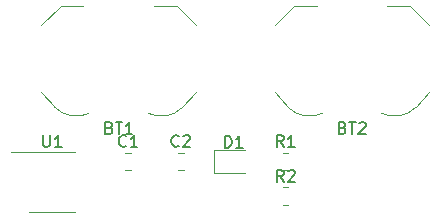
<source format=gbr>
%TF.GenerationSoftware,KiCad,Pcbnew,(5.1.10)-1*%
%TF.CreationDate,2021-09-27T22:12:15-07:00*%
%TF.ProjectId,KiCad_IntroProject_SG,4b694361-645f-4496-9e74-726f50726f6a,rev?*%
%TF.SameCoordinates,Original*%
%TF.FileFunction,Legend,Top*%
%TF.FilePolarity,Positive*%
%FSLAX46Y46*%
G04 Gerber Fmt 4.6, Leading zero omitted, Abs format (unit mm)*
G04 Created by KiCad (PCBNEW (5.1.10)-1) date 2021-09-27 22:12:15*
%MOMM*%
%LPD*%
G01*
G04 APERTURE LIST*
%ADD10C,0.120000*%
%ADD11C,0.150000*%
G04 APERTURE END LIST*
D10*
%TO.C,BT1*%
X129825001Y-86575001D02*
X131475001Y-84925001D01*
X141275001Y-84925001D02*
X142925001Y-86575001D01*
X141275001Y-84925001D02*
X139375001Y-84925001D01*
X131475001Y-84925001D02*
X133375001Y-84925001D01*
X129825001Y-92175001D02*
X130975001Y-93525001D01*
X142925001Y-92175001D02*
X141775001Y-93525001D01*
X138876695Y-94021459D02*
G75*
G03*
X141775001Y-93525001I1098306J2296458D01*
G01*
X133870903Y-94022608D02*
G75*
G02*
X130975001Y-93525001I-1095902J2297607D01*
G01*
%TO.C,BT2*%
X153620903Y-94022608D02*
G75*
G02*
X150725001Y-93525001I-1095902J2297607D01*
G01*
X158626695Y-94021459D02*
G75*
G03*
X161525001Y-93525001I1098306J2296458D01*
G01*
X162675001Y-92175001D02*
X161525001Y-93525001D01*
X149575001Y-92175001D02*
X150725001Y-93525001D01*
X151225001Y-84925001D02*
X153125001Y-84925001D01*
X161025001Y-84925001D02*
X159125001Y-84925001D01*
X161025001Y-84925001D02*
X162675001Y-86575001D01*
X149575001Y-86575001D02*
X151225001Y-84925001D01*
%TO.C,C1*%
X136913749Y-97370001D02*
X137436253Y-97370001D01*
X136913749Y-98840001D02*
X137436253Y-98840001D01*
%TO.C,C2*%
X141363749Y-98840001D02*
X141886253Y-98840001D01*
X141363749Y-97370001D02*
X141886253Y-97370001D01*
%TO.C,D1*%
X144410001Y-99080001D02*
X147095001Y-99080001D01*
X144410001Y-97160001D02*
X144410001Y-99080001D01*
X147095001Y-97160001D02*
X144410001Y-97160001D01*
%TO.C,R1*%
X150277937Y-98810001D02*
X150732065Y-98810001D01*
X150277937Y-97340001D02*
X150732065Y-97340001D01*
%TO.C,R2*%
X150277937Y-100290001D02*
X150732065Y-100290001D01*
X150277937Y-101760001D02*
X150732065Y-101760001D01*
%TO.C,U1*%
X130725001Y-97265001D02*
X127275001Y-97265001D01*
X130725001Y-97265001D02*
X132675001Y-97265001D01*
X130725001Y-102385001D02*
X128775001Y-102385001D01*
X130725001Y-102385001D02*
X132675001Y-102385001D01*
%TO.C,BT1*%
D11*
X135589286Y-95253572D02*
X135732143Y-95301191D01*
X135779762Y-95348810D01*
X135827381Y-95444048D01*
X135827381Y-95586905D01*
X135779762Y-95682143D01*
X135732143Y-95729762D01*
X135636905Y-95777381D01*
X135255953Y-95777381D01*
X135255953Y-94777381D01*
X135589286Y-94777381D01*
X135684524Y-94825001D01*
X135732143Y-94872620D01*
X135779762Y-94967858D01*
X135779762Y-95063096D01*
X135732143Y-95158334D01*
X135684524Y-95205953D01*
X135589286Y-95253572D01*
X135255953Y-95253572D01*
X136113096Y-94777381D02*
X136684524Y-94777381D01*
X136398810Y-95777381D02*
X136398810Y-94777381D01*
X137541667Y-95777381D02*
X136970239Y-95777381D01*
X137255953Y-95777381D02*
X137255953Y-94777381D01*
X137160715Y-94920239D01*
X137065477Y-95015477D01*
X136970239Y-95063096D01*
%TO.C,BT2*%
X155339286Y-95253572D02*
X155482143Y-95301191D01*
X155529762Y-95348810D01*
X155577381Y-95444048D01*
X155577381Y-95586905D01*
X155529762Y-95682143D01*
X155482143Y-95729762D01*
X155386905Y-95777381D01*
X155005953Y-95777381D01*
X155005953Y-94777381D01*
X155339286Y-94777381D01*
X155434524Y-94825001D01*
X155482143Y-94872620D01*
X155529762Y-94967858D01*
X155529762Y-95063096D01*
X155482143Y-95158334D01*
X155434524Y-95205953D01*
X155339286Y-95253572D01*
X155005953Y-95253572D01*
X155863096Y-94777381D02*
X156434524Y-94777381D01*
X156148810Y-95777381D02*
X156148810Y-94777381D01*
X156720239Y-94872620D02*
X156767858Y-94825001D01*
X156863096Y-94777381D01*
X157101191Y-94777381D01*
X157196429Y-94825001D01*
X157244048Y-94872620D01*
X157291667Y-94967858D01*
X157291667Y-95063096D01*
X157244048Y-95205953D01*
X156672620Y-95777381D01*
X157291667Y-95777381D01*
%TO.C,C1*%
X137008334Y-96782143D02*
X136960715Y-96829762D01*
X136817858Y-96877381D01*
X136722620Y-96877381D01*
X136579762Y-96829762D01*
X136484524Y-96734524D01*
X136436905Y-96639286D01*
X136389286Y-96448810D01*
X136389286Y-96305953D01*
X136436905Y-96115477D01*
X136484524Y-96020239D01*
X136579762Y-95925001D01*
X136722620Y-95877381D01*
X136817858Y-95877381D01*
X136960715Y-95925001D01*
X137008334Y-95972620D01*
X137960715Y-96877381D02*
X137389286Y-96877381D01*
X137675001Y-96877381D02*
X137675001Y-95877381D01*
X137579762Y-96020239D01*
X137484524Y-96115477D01*
X137389286Y-96163096D01*
%TO.C,C2*%
X141458334Y-96782143D02*
X141410715Y-96829762D01*
X141267858Y-96877381D01*
X141172620Y-96877381D01*
X141029762Y-96829762D01*
X140934524Y-96734524D01*
X140886905Y-96639286D01*
X140839286Y-96448810D01*
X140839286Y-96305953D01*
X140886905Y-96115477D01*
X140934524Y-96020239D01*
X141029762Y-95925001D01*
X141172620Y-95877381D01*
X141267858Y-95877381D01*
X141410715Y-95925001D01*
X141458334Y-95972620D01*
X141839286Y-95972620D02*
X141886905Y-95925001D01*
X141982143Y-95877381D01*
X142220239Y-95877381D01*
X142315477Y-95925001D01*
X142363096Y-95972620D01*
X142410715Y-96067858D01*
X142410715Y-96163096D01*
X142363096Y-96305953D01*
X141791667Y-96877381D01*
X142410715Y-96877381D01*
%TO.C,D1*%
X145356905Y-96922381D02*
X145356905Y-95922381D01*
X145595001Y-95922381D01*
X145737858Y-95970001D01*
X145833096Y-96065239D01*
X145880715Y-96160477D01*
X145928334Y-96350953D01*
X145928334Y-96493810D01*
X145880715Y-96684286D01*
X145833096Y-96779524D01*
X145737858Y-96874762D01*
X145595001Y-96922381D01*
X145356905Y-96922381D01*
X146880715Y-96922381D02*
X146309286Y-96922381D01*
X146595001Y-96922381D02*
X146595001Y-95922381D01*
X146499762Y-96065239D01*
X146404524Y-96160477D01*
X146309286Y-96208096D01*
%TO.C,R1*%
X150338334Y-96877381D02*
X150005001Y-96401191D01*
X149766905Y-96877381D02*
X149766905Y-95877381D01*
X150147858Y-95877381D01*
X150243096Y-95925001D01*
X150290715Y-95972620D01*
X150338334Y-96067858D01*
X150338334Y-96210715D01*
X150290715Y-96305953D01*
X150243096Y-96353572D01*
X150147858Y-96401191D01*
X149766905Y-96401191D01*
X151290715Y-96877381D02*
X150719286Y-96877381D01*
X151005001Y-96877381D02*
X151005001Y-95877381D01*
X150909762Y-96020239D01*
X150814524Y-96115477D01*
X150719286Y-96163096D01*
%TO.C,R2*%
X150338334Y-99827381D02*
X150005001Y-99351191D01*
X149766905Y-99827381D02*
X149766905Y-98827381D01*
X150147858Y-98827381D01*
X150243096Y-98875001D01*
X150290715Y-98922620D01*
X150338334Y-99017858D01*
X150338334Y-99160715D01*
X150290715Y-99255953D01*
X150243096Y-99303572D01*
X150147858Y-99351191D01*
X149766905Y-99351191D01*
X150719286Y-98922620D02*
X150766905Y-98875001D01*
X150862143Y-98827381D01*
X151100239Y-98827381D01*
X151195477Y-98875001D01*
X151243096Y-98922620D01*
X151290715Y-99017858D01*
X151290715Y-99113096D01*
X151243096Y-99255953D01*
X150671667Y-99827381D01*
X151290715Y-99827381D01*
%TO.C,U1*%
X129963096Y-95877381D02*
X129963096Y-96686905D01*
X130010715Y-96782143D01*
X130058334Y-96829762D01*
X130153572Y-96877381D01*
X130344048Y-96877381D01*
X130439286Y-96829762D01*
X130486905Y-96782143D01*
X130534524Y-96686905D01*
X130534524Y-95877381D01*
X131534524Y-96877381D02*
X130963096Y-96877381D01*
X131248810Y-96877381D02*
X131248810Y-95877381D01*
X131153572Y-96020239D01*
X131058334Y-96115477D01*
X130963096Y-96163096D01*
%TD*%
M02*

</source>
